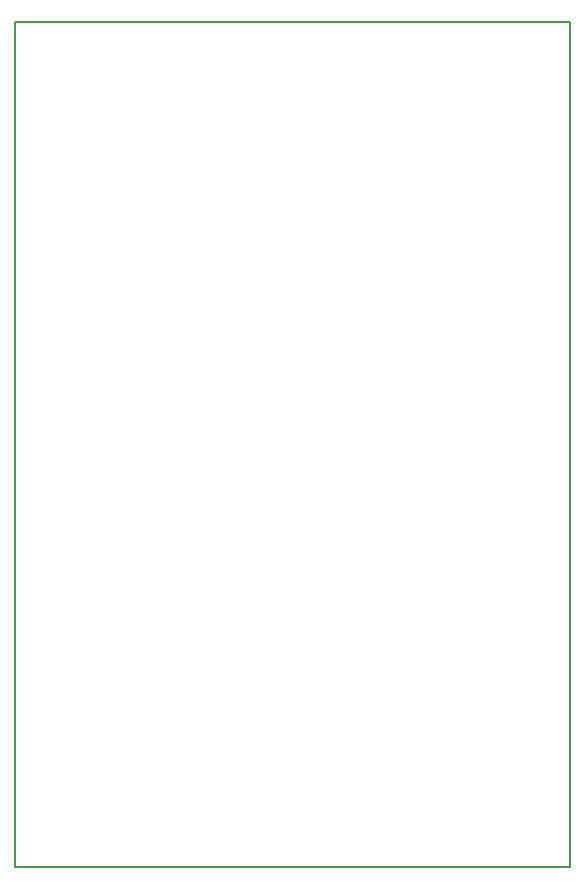
<source format=gbr>
G04 #@! TF.GenerationSoftware,KiCad,Pcbnew,5.1.9*
G04 #@! TF.CreationDate,2021-03-06T22:13:27+08:00*
G04 #@! TF.ProjectId,LaserSwitch-Master,4c617365-7253-4776-9974-63682d4d6173,rev?*
G04 #@! TF.SameCoordinates,Original*
G04 #@! TF.FileFunction,Profile,NP*
%FSLAX46Y46*%
G04 Gerber Fmt 4.6, Leading zero omitted, Abs format (unit mm)*
G04 Created by KiCad (PCBNEW 5.1.9) date 2021-03-06 22:13:27*
%MOMM*%
%LPD*%
G01*
G04 APERTURE LIST*
G04 #@! TA.AperFunction,Profile*
%ADD10C,0.150000*%
G04 #@! TD*
G04 APERTURE END LIST*
D10*
X105000000Y-64846200D02*
X105000000Y-136398000D01*
X152000000Y-64846200D02*
X105000000Y-64846200D01*
X152000000Y-136423400D02*
X152000000Y-64846200D01*
X105000000Y-136398000D02*
X152000000Y-136423400D01*
M02*

</source>
